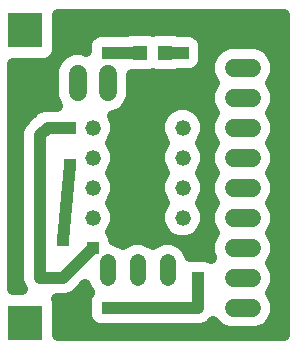
<source format=gtl>
G75*
%MOIN*%
%OFA0B0*%
%FSLAX25Y25*%
%IPPOS*%
%LPD*%
%AMOC8*
5,1,8,0,0,1.08239X$1,22.5*
%
%ADD10C,0.05200*%
%ADD11C,0.06000*%
%ADD12C,0.05200*%
%ADD13R,0.04724X0.04724*%
%ADD14R,0.03962X0.03962*%
%ADD15C,0.04000*%
%ADD16R,0.11811X0.11811*%
D10*
X0038000Y0058000D03*
X0038000Y0068000D03*
X0038000Y0078000D03*
X0038000Y0088000D03*
X0068000Y0088000D03*
X0068000Y0078000D03*
X0068000Y0068000D03*
X0068000Y0058000D03*
D11*
X0085000Y0058000D02*
X0091000Y0058000D01*
X0091000Y0048000D02*
X0085000Y0048000D01*
X0085000Y0038000D02*
X0091000Y0038000D01*
X0091000Y0028000D02*
X0085000Y0028000D01*
X0085000Y0068000D02*
X0091000Y0068000D01*
X0091000Y0078000D02*
X0085000Y0078000D01*
X0085000Y0088000D02*
X0091000Y0088000D01*
X0091000Y0098000D02*
X0085000Y0098000D01*
X0085000Y0108000D02*
X0091000Y0108000D01*
X0043000Y0106000D02*
X0043000Y0100000D01*
X0033000Y0100000D02*
X0033000Y0106000D01*
D12*
X0043000Y0043100D02*
X0043000Y0037900D01*
X0053000Y0037900D02*
X0053000Y0043100D01*
X0063000Y0043100D02*
X0063000Y0037900D01*
D13*
X0062134Y0113000D03*
X0053866Y0113000D03*
D14*
X0043000Y0113000D03*
X0030500Y0088000D03*
X0030500Y0075500D03*
X0028000Y0050500D03*
X0038000Y0048000D03*
X0043000Y0028000D03*
X0073000Y0038000D03*
X0068000Y0113000D03*
D15*
X0062134Y0113000D01*
X0065530Y0120562D02*
X0058737Y0120562D01*
X0058000Y0120257D01*
X0057263Y0120562D01*
X0050470Y0120562D01*
X0049595Y0120200D01*
X0041568Y0120200D01*
X0041522Y0120181D01*
X0039985Y0120181D01*
X0038073Y0119389D01*
X0036611Y0117927D01*
X0035819Y0116015D01*
X0035819Y0114478D01*
X0035800Y0114432D01*
X0035800Y0113716D01*
X0034631Y0114200D01*
X0031369Y0114200D01*
X0028355Y0112952D01*
X0026048Y0110645D01*
X0024800Y0107631D01*
X0024800Y0098369D01*
X0026048Y0095355D01*
X0026203Y0095200D01*
X0021568Y0095200D01*
X0018922Y0094104D01*
X0016896Y0092078D01*
X0014396Y0089578D01*
X0013300Y0086932D01*
X0013300Y0036568D01*
X0014320Y0034105D01*
X0011500Y0034105D01*
X0011500Y0109394D01*
X0022440Y0109394D01*
X0024351Y0110186D01*
X0025814Y0111649D01*
X0026605Y0113560D01*
X0026605Y0125701D01*
X0101921Y0125701D01*
X0101921Y0019000D01*
X0026605Y0019000D01*
X0026605Y0029940D01*
X0026249Y0030800D01*
X0029432Y0030800D01*
X0032078Y0031896D01*
X0034104Y0033922D01*
X0035590Y0035407D01*
X0036387Y0033482D01*
X0036777Y0033093D01*
X0036611Y0032927D01*
X0035819Y0031015D01*
X0035819Y0029478D01*
X0035800Y0029432D01*
X0035800Y0026568D01*
X0035819Y0026522D01*
X0035819Y0024985D01*
X0036611Y0023073D01*
X0038073Y0021611D01*
X0039985Y0020819D01*
X0041522Y0020819D01*
X0041568Y0020800D01*
X0074432Y0020800D01*
X0077078Y0021896D01*
X0078293Y0023111D01*
X0080355Y0021048D01*
X0083369Y0019800D01*
X0092631Y0019800D01*
X0095645Y0021048D01*
X0097952Y0023355D01*
X0099200Y0026369D01*
X0099200Y0029631D01*
X0097952Y0032645D01*
X0097597Y0033000D01*
X0097952Y0033355D01*
X0099200Y0036369D01*
X0099200Y0039631D01*
X0097952Y0042645D01*
X0097597Y0043000D01*
X0097952Y0043355D01*
X0099200Y0046369D01*
X0099200Y0049631D01*
X0097952Y0052645D01*
X0097597Y0053000D01*
X0097952Y0053355D01*
X0099200Y0056369D01*
X0099200Y0059631D01*
X0097952Y0062645D01*
X0097597Y0063000D01*
X0097952Y0063355D01*
X0099200Y0066369D01*
X0099200Y0069631D01*
X0097952Y0072645D01*
X0097597Y0073000D01*
X0097952Y0073355D01*
X0099200Y0076369D01*
X0099200Y0079631D01*
X0097952Y0082645D01*
X0097597Y0083000D01*
X0097952Y0083355D01*
X0099200Y0086369D01*
X0099200Y0089631D01*
X0097952Y0092645D01*
X0097597Y0093000D01*
X0097952Y0093355D01*
X0099200Y0096369D01*
X0099200Y0099631D01*
X0097952Y0102645D01*
X0097597Y0103000D01*
X0097952Y0103355D01*
X0099200Y0106369D01*
X0099200Y0109631D01*
X0097952Y0112645D01*
X0095645Y0114952D01*
X0092631Y0116200D01*
X0083369Y0116200D01*
X0080355Y0114952D01*
X0078048Y0112645D01*
X0076800Y0109631D01*
X0076800Y0106369D01*
X0078048Y0103355D01*
X0078403Y0103000D01*
X0078048Y0102645D01*
X0076800Y0099631D01*
X0076800Y0096369D01*
X0078048Y0093355D01*
X0078403Y0093000D01*
X0078048Y0092645D01*
X0076800Y0089631D01*
X0076800Y0086369D01*
X0078048Y0083355D01*
X0078403Y0083000D01*
X0078048Y0082645D01*
X0076800Y0079631D01*
X0076800Y0076369D01*
X0078048Y0073355D01*
X0078403Y0073000D01*
X0078048Y0072645D01*
X0076800Y0069631D01*
X0076800Y0066369D01*
X0078048Y0063355D01*
X0078403Y0063000D01*
X0078048Y0062645D01*
X0076800Y0059631D01*
X0076800Y0056369D01*
X0078048Y0053355D01*
X0078403Y0053000D01*
X0078048Y0052645D01*
X0076800Y0049631D01*
X0076800Y0046369D01*
X0077556Y0044543D01*
X0076015Y0045181D01*
X0074478Y0045181D01*
X0074432Y0045200D01*
X0071568Y0045200D01*
X0071522Y0045181D01*
X0070581Y0045181D01*
X0069613Y0047518D01*
X0067418Y0049713D01*
X0064552Y0050900D01*
X0061448Y0050900D01*
X0058582Y0049713D01*
X0058000Y0049131D01*
X0057418Y0049713D01*
X0054552Y0050900D01*
X0051448Y0050900D01*
X0048582Y0049713D01*
X0048000Y0049131D01*
X0047418Y0049713D01*
X0045181Y0050639D01*
X0045181Y0051015D01*
X0044389Y0052927D01*
X0044173Y0053143D01*
X0044613Y0053582D01*
X0045800Y0056448D01*
X0045800Y0059552D01*
X0044613Y0062418D01*
X0044031Y0063000D01*
X0044613Y0063582D01*
X0045800Y0066448D01*
X0045800Y0069552D01*
X0044613Y0072418D01*
X0044031Y0073000D01*
X0044613Y0073582D01*
X0045800Y0076448D01*
X0045800Y0079552D01*
X0044613Y0082418D01*
X0044031Y0083000D01*
X0044613Y0083582D01*
X0045800Y0086448D01*
X0045800Y0089552D01*
X0044834Y0091884D01*
X0047645Y0093048D01*
X0049952Y0095355D01*
X0051200Y0098369D01*
X0051200Y0105438D01*
X0057263Y0105438D01*
X0058000Y0105743D01*
X0058737Y0105438D01*
X0065530Y0105438D01*
X0066405Y0105800D01*
X0069432Y0105800D01*
X0069478Y0105819D01*
X0071015Y0105819D01*
X0072927Y0106611D01*
X0074389Y0108073D01*
X0075181Y0109985D01*
X0075181Y0111522D01*
X0075200Y0111568D01*
X0075200Y0114432D01*
X0075181Y0114478D01*
X0075181Y0116015D01*
X0074389Y0117927D01*
X0072927Y0119389D01*
X0071015Y0120181D01*
X0069478Y0120181D01*
X0069432Y0120200D01*
X0066405Y0120200D01*
X0065530Y0120562D01*
X0074789Y0116961D02*
X0101921Y0116961D01*
X0101921Y0120960D02*
X0026605Y0120960D01*
X0026605Y0116961D02*
X0036211Y0116961D01*
X0043000Y0113000D02*
X0053866Y0113000D01*
X0051200Y0104966D02*
X0077381Y0104966D01*
X0077353Y0100967D02*
X0051200Y0100967D01*
X0050620Y0096969D02*
X0076800Y0096969D01*
X0078374Y0092970D02*
X0074061Y0092970D01*
X0074613Y0092418D02*
X0072418Y0094613D01*
X0069552Y0095800D01*
X0066448Y0095800D01*
X0063582Y0094613D01*
X0061387Y0092418D01*
X0060200Y0089552D01*
X0060200Y0086448D01*
X0061387Y0083582D01*
X0061969Y0083000D01*
X0061387Y0082418D01*
X0060200Y0079552D01*
X0060200Y0076448D01*
X0061387Y0073582D01*
X0061969Y0073000D01*
X0061387Y0072418D01*
X0060200Y0069552D01*
X0060200Y0066448D01*
X0061387Y0063582D01*
X0061969Y0063000D01*
X0061387Y0062418D01*
X0060200Y0059552D01*
X0060200Y0056448D01*
X0061387Y0053582D01*
X0063582Y0051387D01*
X0066448Y0050200D01*
X0069552Y0050200D01*
X0072418Y0051387D01*
X0074613Y0053582D01*
X0075800Y0056448D01*
X0075800Y0059552D01*
X0074613Y0062418D01*
X0074031Y0063000D01*
X0074613Y0063582D01*
X0075800Y0066448D01*
X0075800Y0069552D01*
X0074613Y0072418D01*
X0074031Y0073000D01*
X0074613Y0073582D01*
X0075800Y0076448D01*
X0075800Y0079552D01*
X0074613Y0082418D01*
X0074031Y0083000D01*
X0074613Y0083582D01*
X0075800Y0086448D01*
X0075800Y0089552D01*
X0074613Y0092418D01*
X0075800Y0088972D02*
X0076800Y0088972D01*
X0077378Y0084973D02*
X0075189Y0084973D01*
X0075210Y0080975D02*
X0077357Y0080975D01*
X0076800Y0076976D02*
X0075800Y0076976D01*
X0074053Y0072978D02*
X0078381Y0072978D01*
X0076800Y0068979D02*
X0075800Y0068979D01*
X0075192Y0064981D02*
X0077375Y0064981D01*
X0077360Y0060982D02*
X0075207Y0060982D01*
X0075800Y0056984D02*
X0076800Y0056984D01*
X0078389Y0052985D02*
X0074016Y0052985D01*
X0076800Y0048987D02*
X0068144Y0048987D01*
X0061984Y0052985D02*
X0044331Y0052985D01*
X0045800Y0056984D02*
X0060200Y0056984D01*
X0060793Y0060982D02*
X0045207Y0060982D01*
X0045192Y0064981D02*
X0060808Y0064981D01*
X0060200Y0068979D02*
X0045800Y0068979D01*
X0044053Y0072978D02*
X0061947Y0072978D01*
X0060200Y0076976D02*
X0045800Y0076976D01*
X0045210Y0080975D02*
X0060790Y0080975D01*
X0060811Y0084973D02*
X0045189Y0084973D01*
X0045800Y0088972D02*
X0060200Y0088972D01*
X0061939Y0092970D02*
X0047456Y0092970D01*
X0030500Y0088000D02*
X0023000Y0088000D01*
X0020500Y0085500D01*
X0020500Y0038000D01*
X0028000Y0038000D01*
X0038000Y0048000D01*
X0028000Y0050500D02*
X0030500Y0075500D01*
X0017788Y0092970D02*
X0011500Y0092970D01*
X0011500Y0088972D02*
X0014145Y0088972D01*
X0013300Y0084973D02*
X0011500Y0084973D01*
X0011500Y0080975D02*
X0013300Y0080975D01*
X0013300Y0076976D02*
X0011500Y0076976D01*
X0011500Y0072978D02*
X0013300Y0072978D01*
X0013300Y0068979D02*
X0011500Y0068979D01*
X0011500Y0064981D02*
X0013300Y0064981D01*
X0013300Y0060982D02*
X0011500Y0060982D01*
X0011500Y0056984D02*
X0013300Y0056984D01*
X0013300Y0052985D02*
X0011500Y0052985D01*
X0011500Y0048987D02*
X0013300Y0048987D01*
X0013300Y0044988D02*
X0011500Y0044988D01*
X0011500Y0040990D02*
X0013300Y0040990D01*
X0013300Y0036991D02*
X0011500Y0036991D01*
X0026605Y0028994D02*
X0035800Y0028994D01*
X0035819Y0024996D02*
X0026605Y0024996D01*
X0026605Y0020997D02*
X0039555Y0020997D01*
X0043000Y0028000D02*
X0073000Y0028000D01*
X0073000Y0038000D01*
X0076481Y0044988D02*
X0077372Y0044988D01*
X0074908Y0020997D02*
X0080479Y0020997D01*
X0095521Y0020997D02*
X0101921Y0020997D01*
X0101921Y0024996D02*
X0098631Y0024996D01*
X0099200Y0028994D02*
X0101921Y0028994D01*
X0101921Y0032993D02*
X0097604Y0032993D01*
X0099200Y0036991D02*
X0101921Y0036991D01*
X0101921Y0040990D02*
X0098637Y0040990D01*
X0098628Y0044988D02*
X0101921Y0044988D01*
X0101921Y0048987D02*
X0099200Y0048987D01*
X0097611Y0052985D02*
X0101921Y0052985D01*
X0101921Y0056984D02*
X0099200Y0056984D01*
X0098640Y0060982D02*
X0101921Y0060982D01*
X0101921Y0064981D02*
X0098625Y0064981D01*
X0099200Y0068979D02*
X0101921Y0068979D01*
X0101921Y0072978D02*
X0097619Y0072978D01*
X0099200Y0076976D02*
X0101921Y0076976D01*
X0101921Y0080975D02*
X0098643Y0080975D01*
X0098622Y0084973D02*
X0101921Y0084973D01*
X0101921Y0088972D02*
X0099200Y0088972D01*
X0097626Y0092970D02*
X0101921Y0092970D01*
X0101921Y0096969D02*
X0099200Y0096969D01*
X0098647Y0100967D02*
X0101921Y0100967D01*
X0101921Y0104966D02*
X0098619Y0104966D01*
X0099200Y0108964D02*
X0101921Y0108964D01*
X0101921Y0112963D02*
X0097634Y0112963D01*
X0101921Y0124958D02*
X0026605Y0124958D01*
X0026358Y0112963D02*
X0028382Y0112963D01*
X0025352Y0108964D02*
X0011500Y0108964D01*
X0011500Y0104966D02*
X0024800Y0104966D01*
X0024800Y0100967D02*
X0011500Y0100967D01*
X0011500Y0096969D02*
X0025380Y0096969D01*
X0074758Y0108964D02*
X0076800Y0108964D01*
X0078366Y0112963D02*
X0075200Y0112963D01*
X0036676Y0032993D02*
X0033175Y0032993D01*
D16*
X0015500Y0023000D03*
X0015500Y0120500D03*
M02*

</source>
